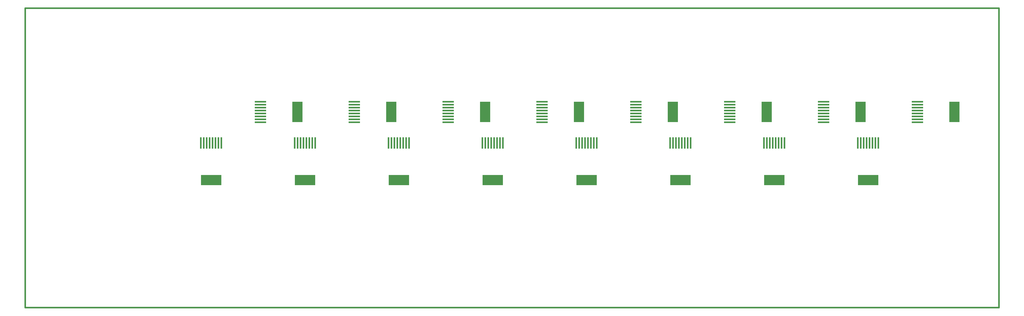
<source format=gbp>
G04 Layer_Color=128*
%FSLAX42Y42*%
%MOMM*%
G71*
G01*
G75*
%ADD13C,0.70*%
%ADD22R,8.80X4.50*%
%ADD23R,0.76X5.00*%
%ADD24R,4.50X8.80*%
%ADD25R,5.00X0.76*%
D13*
X4648Y5283D02*
X46812Y5283D01*
Y18263D01*
X4648Y18263D02*
X46812Y18263D01*
X4648Y18263D02*
X4648Y5283D01*
D22*
X41148Y10816D02*
D03*
X37084D02*
D03*
X33020D02*
D03*
X28956D02*
D03*
X24892D02*
D03*
X20828D02*
D03*
X16764D02*
D03*
X12700D02*
D03*
D23*
X41592Y12421D02*
D03*
X41465D02*
D03*
X41339D02*
D03*
X41211D02*
D03*
X41085D02*
D03*
X40958D02*
D03*
X40830D02*
D03*
X40704D02*
D03*
X37529D02*
D03*
X37402D02*
D03*
X37274D02*
D03*
X37148D02*
D03*
X37020D02*
D03*
X36893D02*
D03*
X36767D02*
D03*
X36639D02*
D03*
X33464D02*
D03*
X33338D02*
D03*
X33211D02*
D03*
X33083D02*
D03*
X32957D02*
D03*
X32830D02*
D03*
X32702D02*
D03*
X32576D02*
D03*
X29401D02*
D03*
X29273D02*
D03*
X29146D02*
D03*
X29020D02*
D03*
X28892D02*
D03*
X28765D02*
D03*
X28639D02*
D03*
X28511D02*
D03*
X25337D02*
D03*
X25210D02*
D03*
X25082D02*
D03*
X24955D02*
D03*
X24829D02*
D03*
X24701D02*
D03*
X24574D02*
D03*
X24448D02*
D03*
X21273D02*
D03*
X21146D02*
D03*
X21018D02*
D03*
X20891D02*
D03*
X20765D02*
D03*
X20638D02*
D03*
X20510D02*
D03*
X20384D02*
D03*
X17209D02*
D03*
X17082D02*
D03*
X16954D02*
D03*
X16827D02*
D03*
X16701D02*
D03*
X16574D02*
D03*
X16446D02*
D03*
X16320D02*
D03*
X13145D02*
D03*
X13018D02*
D03*
X12890D02*
D03*
X12764D02*
D03*
X12636D02*
D03*
X12510D02*
D03*
X12382D02*
D03*
X12256D02*
D03*
D24*
X44887Y13767D02*
D03*
X40823D02*
D03*
X36759D02*
D03*
X32695D02*
D03*
X28631D02*
D03*
X24567D02*
D03*
X20503D02*
D03*
X16439D02*
D03*
D25*
X43282Y14211D02*
D03*
Y14084D02*
D03*
Y13957D02*
D03*
Y13830D02*
D03*
Y13703D02*
D03*
Y13576D02*
D03*
Y13449D02*
D03*
Y13322D02*
D03*
X39218Y14211D02*
D03*
Y14084D02*
D03*
Y13957D02*
D03*
Y13830D02*
D03*
Y13703D02*
D03*
Y13576D02*
D03*
Y13449D02*
D03*
Y13322D02*
D03*
X35154Y14211D02*
D03*
Y14084D02*
D03*
Y13957D02*
D03*
Y13830D02*
D03*
Y13703D02*
D03*
Y13576D02*
D03*
Y13449D02*
D03*
Y13322D02*
D03*
X31090Y14211D02*
D03*
Y14084D02*
D03*
Y13957D02*
D03*
Y13830D02*
D03*
Y13703D02*
D03*
Y13576D02*
D03*
Y13449D02*
D03*
Y13322D02*
D03*
X27026Y14211D02*
D03*
Y14084D02*
D03*
Y13957D02*
D03*
Y13830D02*
D03*
Y13703D02*
D03*
Y13576D02*
D03*
Y13449D02*
D03*
Y13322D02*
D03*
X22962Y14211D02*
D03*
Y14084D02*
D03*
Y13957D02*
D03*
Y13830D02*
D03*
Y13703D02*
D03*
Y13576D02*
D03*
Y13449D02*
D03*
Y13322D02*
D03*
X18898Y14211D02*
D03*
Y14084D02*
D03*
Y13957D02*
D03*
Y13830D02*
D03*
Y13703D02*
D03*
Y13576D02*
D03*
Y13449D02*
D03*
Y13322D02*
D03*
X14834Y14211D02*
D03*
Y14084D02*
D03*
Y13957D02*
D03*
Y13830D02*
D03*
Y13703D02*
D03*
Y13576D02*
D03*
Y13449D02*
D03*
Y13322D02*
D03*
M02*

</source>
